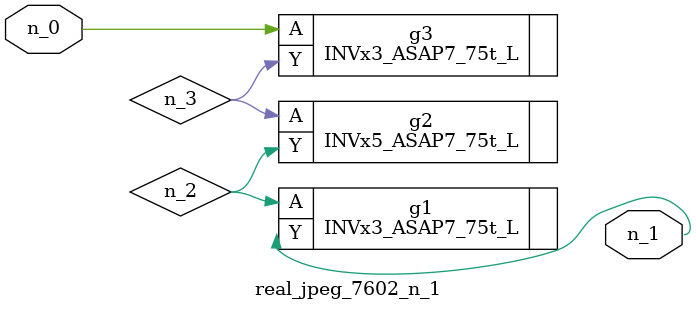
<source format=v>
module real_jpeg_7602_n_1 (n_0, n_1);

input n_0;

output n_1;

wire n_3;
wire n_2;

INVx3_ASAP7_75t_L g3 ( 
.A(n_0),
.Y(n_3)
);

INVx3_ASAP7_75t_L g1 ( 
.A(n_2),
.Y(n_1)
);

INVx5_ASAP7_75t_L g2 ( 
.A(n_3),
.Y(n_2)
);


endmodule
</source>
